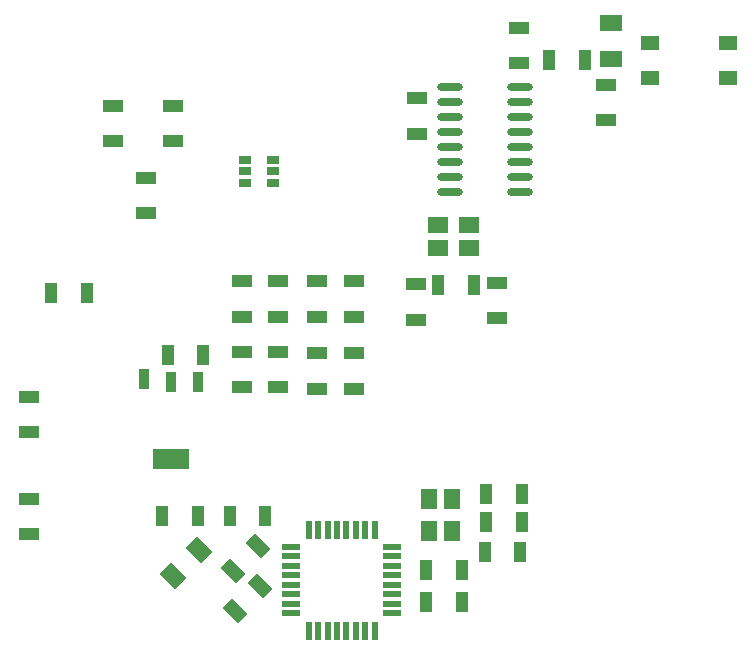
<source format=gtp>
G04*
G04 #@! TF.GenerationSoftware,Altium Limited,Altium Designer,24.2.2 (26)*
G04*
G04 Layer_Color=8421504*
%FSLAX44Y44*%
%MOMM*%
G71*
G04*
G04 #@! TF.SameCoordinates,EF5741E1-F204-4FC3-9B2C-2ADE7EA652BA*
G04*
G04*
G04 #@! TF.FilePolarity,Positive*
G04*
G01*
G75*
%ADD23R,1.1176X1.8034*%
G04:AMPARAMS|DCode=24|XSize=1.3716mm|YSize=1.8542mm|CornerRadius=0mm|HoleSize=0mm|Usage=FLASHONLY|Rotation=45.000|XOffset=0mm|YOffset=0mm|HoleType=Round|Shape=Rectangle|*
%AMROTATEDRECTD24*
4,1,4,0.1706,-1.1405,-1.1405,0.1706,-0.1706,1.1405,1.1405,-0.1706,0.1706,-1.1405,0.0*
%
%ADD24ROTATEDRECTD24*%

%ADD25R,1.6500X0.5080*%
%ADD26R,0.5080X1.6500*%
G04:AMPARAMS|DCode=27|XSize=1.1176mm|YSize=1.8034mm|CornerRadius=0mm|HoleSize=0mm|Usage=FLASHONLY|Rotation=225.000|XOffset=0mm|YOffset=0mm|HoleType=Round|Shape=Rectangle|*
%AMROTATEDRECTD27*
4,1,4,-0.2425,1.0327,1.0327,-0.2425,0.2425,-1.0327,-1.0327,0.2425,-0.2425,1.0327,0.0*
%
%ADD27ROTATEDRECTD27*%

%ADD28R,1.8034X1.1176*%
%ADD29R,1.5000X1.2000*%
%ADD30R,1.8500X1.3500*%
%ADD31R,3.0988X1.7000*%
%ADD32R,0.8382X1.7000*%
%ADD33R,1.4000X1.8000*%
%ADD34R,1.0000X0.7000*%
%ADD35O,2.2000X0.6096*%
%ADD36R,1.8000X1.4000*%
D23*
X184908Y387769D02*
D03*
X214880D02*
D03*
X434086Y179070D02*
D03*
X404114D02*
D03*
X434086Y205740D02*
D03*
X404114D02*
D03*
X454914Y246380D02*
D03*
X484886D02*
D03*
X444246Y447040D02*
D03*
X414274D02*
D03*
X483616Y220980D02*
D03*
X453644D02*
D03*
X454914Y270510D02*
D03*
X484886D02*
D03*
X267716Y251460D02*
D03*
X237744D02*
D03*
X180594D02*
D03*
X210566D02*
D03*
X508254Y637540D02*
D03*
X538226D02*
D03*
X86614Y440690D02*
D03*
X116586D02*
D03*
D24*
X211326Y222805D02*
D03*
X189235Y200714D02*
D03*
D25*
X374650Y169672D02*
D03*
Y177546D02*
D03*
Y185674D02*
D03*
Y193548D02*
D03*
Y201676D02*
D03*
Y209550D02*
D03*
Y217678D02*
D03*
Y225552D02*
D03*
X289050D02*
D03*
Y217678D02*
D03*
Y209550D02*
D03*
Y201676D02*
D03*
Y193548D02*
D03*
Y185674D02*
D03*
Y177546D02*
D03*
Y169672D02*
D03*
D26*
X360280Y240412D02*
D03*
X352406D02*
D03*
X344278D02*
D03*
X336404D02*
D03*
X328276D02*
D03*
X320402D02*
D03*
X312274D02*
D03*
X304400D02*
D03*
Y154812D02*
D03*
X312274D02*
D03*
X320402D02*
D03*
X328276D02*
D03*
X336404D02*
D03*
X344278D02*
D03*
X352406D02*
D03*
X360280D02*
D03*
D27*
X263327Y192207D02*
D03*
X242133Y171013D02*
D03*
X261172Y226388D02*
D03*
X239978Y205195D02*
D03*
D28*
X67310Y352806D02*
D03*
Y322834D02*
D03*
Y236474D02*
D03*
Y266446D02*
D03*
X247650Y450596D02*
D03*
Y420624D02*
D03*
X556260Y616966D02*
D03*
Y586994D02*
D03*
X463550Y449326D02*
D03*
Y419354D02*
D03*
X394970Y448056D02*
D03*
Y418084D02*
D03*
X342900Y359664D02*
D03*
Y389636D02*
D03*
X311150Y359664D02*
D03*
Y389636D02*
D03*
X247650Y360934D02*
D03*
Y390906D02*
D03*
X482600Y665226D02*
D03*
Y635254D02*
D03*
X311150Y420624D02*
D03*
Y450596D02*
D03*
X138430Y599186D02*
D03*
Y569214D02*
D03*
X189230Y599186D02*
D03*
Y569214D02*
D03*
X342900Y450596D02*
D03*
Y420624D02*
D03*
X278130D02*
D03*
Y450596D02*
D03*
Y390906D02*
D03*
Y360934D02*
D03*
X166370Y538226D02*
D03*
Y508254D02*
D03*
X396240Y575564D02*
D03*
Y605536D02*
D03*
D29*
X659110Y622540D02*
D03*
X593110Y652540D02*
D03*
Y622540D02*
D03*
X659110Y652540D02*
D03*
D30*
X560070Y669300D02*
D03*
Y638800D02*
D03*
D31*
X187960Y300240D02*
D03*
D32*
X211074Y365240D02*
D03*
X187960D02*
D03*
X164846Y367740D02*
D03*
D33*
X425490Y265930D02*
D03*
X406090Y239530D02*
D03*
Y265930D02*
D03*
X425490Y239530D02*
D03*
D34*
X250657Y553103D02*
D03*
Y543603D02*
D03*
Y534103D02*
D03*
X274282D02*
D03*
Y543603D02*
D03*
Y553103D02*
D03*
D35*
X423672Y614680D02*
D03*
Y601980D02*
D03*
Y589280D02*
D03*
Y576580D02*
D03*
Y563880D02*
D03*
Y551180D02*
D03*
Y538480D02*
D03*
Y525780D02*
D03*
X483108D02*
D03*
Y538480D02*
D03*
Y551180D02*
D03*
Y563880D02*
D03*
Y576580D02*
D03*
Y589280D02*
D03*
Y601980D02*
D03*
Y614680D02*
D03*
D36*
X439920Y478750D02*
D03*
X413520Y498150D02*
D03*
X439920D02*
D03*
X413520Y478750D02*
D03*
M02*

</source>
